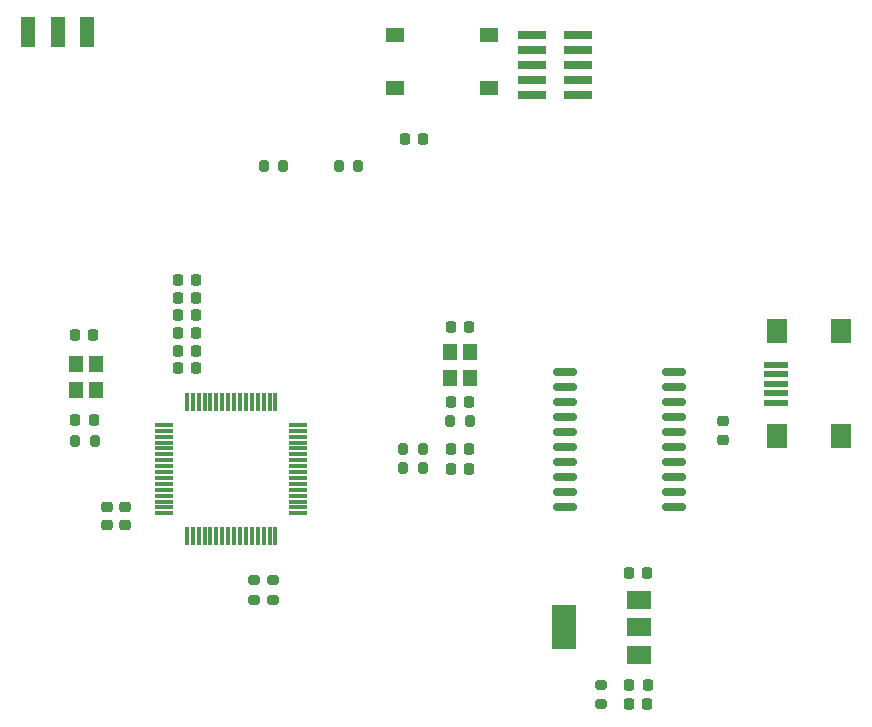
<source format=gbr>
%TF.GenerationSoftware,KiCad,Pcbnew,7.0.7*%
%TF.CreationDate,2023-11-02T23:53:28-05:00*%
%TF.ProjectId,STM32F030,53544d33-3246-4303-9330-2e6b69636164,rev?*%
%TF.SameCoordinates,Original*%
%TF.FileFunction,Paste,Top*%
%TF.FilePolarity,Positive*%
%FSLAX46Y46*%
G04 Gerber Fmt 4.6, Leading zero omitted, Abs format (unit mm)*
G04 Created by KiCad (PCBNEW 7.0.7) date 2023-11-02 23:53:28*
%MOMM*%
%LPD*%
G01*
G04 APERTURE LIST*
G04 Aperture macros list*
%AMRoundRect*
0 Rectangle with rounded corners*
0 $1 Rounding radius*
0 $2 $3 $4 $5 $6 $7 $8 $9 X,Y pos of 4 corners*
0 Add a 4 corners polygon primitive as box body*
4,1,4,$2,$3,$4,$5,$6,$7,$8,$9,$2,$3,0*
0 Add four circle primitives for the rounded corners*
1,1,$1+$1,$2,$3*
1,1,$1+$1,$4,$5*
1,1,$1+$1,$6,$7*
1,1,$1+$1,$8,$9*
0 Add four rect primitives between the rounded corners*
20,1,$1+$1,$2,$3,$4,$5,0*
20,1,$1+$1,$4,$5,$6,$7,0*
20,1,$1+$1,$6,$7,$8,$9,0*
20,1,$1+$1,$8,$9,$2,$3,0*%
G04 Aperture macros list end*
%ADD10RoundRect,0.225000X0.225000X0.250000X-0.225000X0.250000X-0.225000X-0.250000X0.225000X-0.250000X0*%
%ADD11RoundRect,0.200000X-0.200000X-0.275000X0.200000X-0.275000X0.200000X0.275000X-0.200000X0.275000X0*%
%ADD12R,1.550000X1.300000*%
%ADD13RoundRect,0.075000X-0.700000X-0.075000X0.700000X-0.075000X0.700000X0.075000X-0.700000X0.075000X0*%
%ADD14RoundRect,0.075000X-0.075000X-0.700000X0.075000X-0.700000X0.075000X0.700000X-0.075000X0.700000X0*%
%ADD15RoundRect,0.225000X-0.225000X-0.250000X0.225000X-0.250000X0.225000X0.250000X-0.225000X0.250000X0*%
%ADD16RoundRect,0.218750X-0.218750X-0.256250X0.218750X-0.256250X0.218750X0.256250X-0.218750X0.256250X0*%
%ADD17RoundRect,0.225000X0.250000X-0.225000X0.250000X0.225000X-0.250000X0.225000X-0.250000X-0.225000X0*%
%ADD18R,2.000000X0.500000*%
%ADD19R,1.700000X2.000000*%
%ADD20RoundRect,0.200000X0.275000X-0.200000X0.275000X0.200000X-0.275000X0.200000X-0.275000X-0.200000X0*%
%ADD21RoundRect,0.200000X0.200000X0.275000X-0.200000X0.275000X-0.200000X-0.275000X0.200000X-0.275000X0*%
%ADD22R,2.000000X1.500000*%
%ADD23R,2.000000X3.800000*%
%ADD24R,1.250000X2.500000*%
%ADD25RoundRect,0.150000X-0.875000X-0.150000X0.875000X-0.150000X0.875000X0.150000X-0.875000X0.150000X0*%
%ADD26R,2.400000X0.740000*%
%ADD27R,1.200000X1.400000*%
%ADD28RoundRect,0.225000X-0.250000X0.225000X-0.250000X-0.225000X0.250000X-0.225000X0.250000X0.225000X0*%
G04 APERTURE END LIST*
D10*
%TO.C,C15*%
X165825000Y-109681250D03*
X164275000Y-109681250D03*
%TD*%
D11*
%TO.C,R3*%
X145162500Y-100806250D03*
X146812500Y-100806250D03*
%TD*%
D12*
%TO.C,NRST*%
X144440000Y-64125000D03*
X152400000Y-64125000D03*
X144440000Y-68625000D03*
X152400000Y-68625000D03*
%TD*%
D13*
%TO.C,U1*%
X124900000Y-97150000D03*
X124900000Y-97650000D03*
X124900000Y-98150000D03*
X124900000Y-98650000D03*
X124900000Y-99150000D03*
X124900000Y-99650000D03*
X124900000Y-100150000D03*
X124900000Y-100650000D03*
X124900000Y-101150000D03*
X124900000Y-101650000D03*
X124900000Y-102150000D03*
X124900000Y-102650000D03*
X124900000Y-103150000D03*
X124900000Y-103650000D03*
X124900000Y-104150000D03*
X124900000Y-104650000D03*
D14*
X126825000Y-106575000D03*
X127325000Y-106575000D03*
X127825000Y-106575000D03*
X128325000Y-106575000D03*
X128825000Y-106575000D03*
X129325000Y-106575000D03*
X129825000Y-106575000D03*
X130325000Y-106575000D03*
X130825000Y-106575000D03*
X131325000Y-106575000D03*
X131825000Y-106575000D03*
X132325000Y-106575000D03*
X132825000Y-106575000D03*
X133325000Y-106575000D03*
X133825000Y-106575000D03*
X134325000Y-106575000D03*
D13*
X136250000Y-104650000D03*
X136250000Y-104150000D03*
X136250000Y-103650000D03*
X136250000Y-103150000D03*
X136250000Y-102650000D03*
X136250000Y-102150000D03*
X136250000Y-101650000D03*
X136250000Y-101150000D03*
X136250000Y-100650000D03*
X136250000Y-100150000D03*
X136250000Y-99650000D03*
X136250000Y-99150000D03*
X136250000Y-98650000D03*
X136250000Y-98150000D03*
X136250000Y-97650000D03*
X136250000Y-97150000D03*
D14*
X134325000Y-95225000D03*
X133825000Y-95225000D03*
X133325000Y-95225000D03*
X132825000Y-95225000D03*
X132325000Y-95225000D03*
X131825000Y-95225000D03*
X131325000Y-95225000D03*
X130825000Y-95225000D03*
X130325000Y-95225000D03*
X129825000Y-95225000D03*
X129325000Y-95225000D03*
X128825000Y-95225000D03*
X128325000Y-95225000D03*
X127825000Y-95225000D03*
X127325000Y-95225000D03*
X126825000Y-95225000D03*
%TD*%
D10*
%TO.C,C14*%
X150712500Y-88900000D03*
X149162500Y-88900000D03*
%TD*%
D11*
%TO.C,R7*%
X145162500Y-99218750D03*
X146812500Y-99218750D03*
%TD*%
D15*
%TO.C,C2*%
X126050000Y-90875000D03*
X127600000Y-90875000D03*
%TD*%
D16*
%TO.C,D1*%
X149162500Y-100850000D03*
X150737500Y-100850000D03*
%TD*%
D17*
%TO.C,C8*%
X120050000Y-105650000D03*
X120050000Y-104100000D03*
%TD*%
D18*
%TO.C,J1*%
X176687500Y-95262500D03*
X176687500Y-94462500D03*
X176687500Y-93662500D03*
X176687500Y-92862500D03*
X176687500Y-92062500D03*
D19*
X176787500Y-98112500D03*
X182237500Y-98112500D03*
X176787500Y-89212500D03*
X182237500Y-89212500D03*
%TD*%
D20*
%TO.C,R2*%
X132540625Y-111950000D03*
X132540625Y-110300000D03*
%TD*%
D21*
%TO.C,R8*%
X150781250Y-96837500D03*
X149131250Y-96837500D03*
%TD*%
D15*
%TO.C,C1*%
X126050000Y-84875000D03*
X127600000Y-84875000D03*
%TD*%
D20*
%TO.C,R6*%
X134143750Y-111950000D03*
X134143750Y-110300000D03*
%TD*%
D22*
%TO.C,U3*%
X165075000Y-116600000D03*
X165075000Y-114300000D03*
X165075000Y-112000000D03*
D23*
X158775000Y-114300000D03*
%TD*%
D24*
%TO.C,SW2*%
X118387500Y-63868750D03*
X115887500Y-63868750D03*
X113387500Y-63868750D03*
%TD*%
D25*
%TO.C,U2*%
X158800000Y-92710000D03*
X158800000Y-93980000D03*
X158800000Y-95250000D03*
X158800000Y-96520000D03*
X158800000Y-97790000D03*
X158800000Y-99060000D03*
X158800000Y-100330000D03*
X158800000Y-101600000D03*
X158800000Y-102870000D03*
X158800000Y-104140000D03*
X168100000Y-104140000D03*
X168100000Y-102870000D03*
X168100000Y-101600000D03*
X168100000Y-100330000D03*
X168100000Y-99060000D03*
X168100000Y-97790000D03*
X168100000Y-96520000D03*
X168100000Y-95250000D03*
X168100000Y-93980000D03*
X168100000Y-92710000D03*
%TD*%
D26*
%TO.C,SWD*%
X159906250Y-69215000D03*
X156006250Y-69215000D03*
X159906250Y-67945000D03*
X156006250Y-67945000D03*
X159906250Y-66675000D03*
X156006250Y-66675000D03*
X159906250Y-65405000D03*
X156006250Y-65405000D03*
X159906250Y-64135000D03*
X156006250Y-64135000D03*
%TD*%
D27*
%TO.C,Y2*%
X150806250Y-93175000D03*
X150806250Y-90975000D03*
X149106250Y-90975000D03*
X149106250Y-93175000D03*
%TD*%
D16*
%TO.C,D2*%
X149168750Y-99218750D03*
X150743750Y-99218750D03*
%TD*%
D20*
%TO.C,R9*%
X161875000Y-120825000D03*
X161875000Y-119175000D03*
%TD*%
D16*
%TO.C,D3*%
X164262500Y-119206250D03*
X165837500Y-119206250D03*
%TD*%
D17*
%TO.C,C7*%
X121550000Y-105650000D03*
X121550000Y-104100000D03*
%TD*%
D11*
%TO.C,R5*%
X133318750Y-75275000D03*
X134968750Y-75275000D03*
%TD*%
D15*
%TO.C,C9*%
X145275000Y-72925000D03*
X146825000Y-72925000D03*
%TD*%
D10*
%TO.C,C10*%
X118918750Y-89581250D03*
X117368750Y-89581250D03*
%TD*%
D15*
%TO.C,C3*%
X126050000Y-92375000D03*
X127600000Y-92375000D03*
%TD*%
%TO.C,C6*%
X126050000Y-86375000D03*
X127600000Y-86375000D03*
%TD*%
%TO.C,C4*%
X126050000Y-89375000D03*
X127600000Y-89375000D03*
%TD*%
D21*
%TO.C,R4*%
X141318750Y-75225000D03*
X139668750Y-75225000D03*
%TD*%
D28*
%TO.C,C12*%
X172243750Y-96856250D03*
X172243750Y-98406250D03*
%TD*%
D10*
%TO.C,C13*%
X150731250Y-95250000D03*
X149181250Y-95250000D03*
%TD*%
%TO.C,C11*%
X118937500Y-96725000D03*
X117387500Y-96725000D03*
%TD*%
%TO.C,C16*%
X165825000Y-120793750D03*
X164275000Y-120793750D03*
%TD*%
D11*
%TO.C,R1*%
X117387500Y-98481250D03*
X119037500Y-98481250D03*
%TD*%
D27*
%TO.C,Y1*%
X117418750Y-91962500D03*
X117418750Y-94162500D03*
X119118750Y-94162500D03*
X119118750Y-91962500D03*
%TD*%
D15*
%TO.C,C5*%
X126050000Y-87875000D03*
X127600000Y-87875000D03*
%TD*%
M02*

</source>
